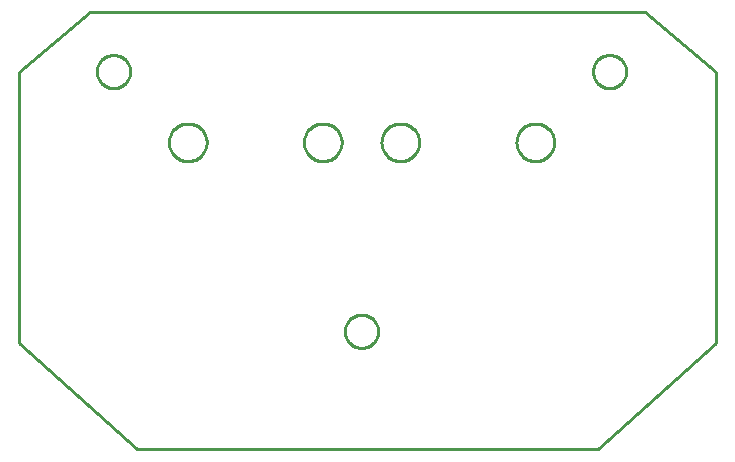
<source format=gbr>
G04 EAGLE Gerber RS-274X export*
G75*
%MOMM*%
%FSLAX34Y34*%
%LPD*%
%IN*%
%IPPOS*%
%AMOC8*
5,1,8,0,0,1.08239X$1,22.5*%
G01*
%ADD10C,0.254000*%


D10*
X150000Y720000D02*
X250000Y630000D01*
X640000Y630000D01*
X740000Y720000D01*
X740000Y950000D01*
X680000Y1000000D01*
X210000Y1000000D01*
X150000Y950000D01*
X150000Y720000D01*
X391150Y890524D02*
X391219Y891569D01*
X391355Y892608D01*
X391560Y893635D01*
X391831Y894647D01*
X392167Y895639D01*
X392568Y896607D01*
X393032Y897546D01*
X393556Y898454D01*
X394138Y899325D01*
X394775Y900156D01*
X395466Y900943D01*
X396207Y901684D01*
X396994Y902375D01*
X397825Y903013D01*
X398696Y903595D01*
X399604Y904118D01*
X400543Y904582D01*
X401511Y904983D01*
X402503Y905319D01*
X403515Y905590D01*
X404542Y905795D01*
X405581Y905932D01*
X406626Y906000D01*
X407674Y906000D01*
X408719Y905932D01*
X409758Y905795D01*
X410785Y905590D01*
X411797Y905319D01*
X412789Y904983D01*
X413757Y904582D01*
X414696Y904118D01*
X415604Y903595D01*
X416475Y903013D01*
X417306Y902375D01*
X418093Y901684D01*
X418834Y900943D01*
X419525Y900156D01*
X420163Y899325D01*
X420745Y898454D01*
X421268Y897546D01*
X421732Y896607D01*
X422133Y895639D01*
X422469Y894647D01*
X422740Y893635D01*
X422945Y892608D01*
X423082Y891569D01*
X423150Y890524D01*
X423150Y889476D01*
X423082Y888431D01*
X422945Y887392D01*
X422740Y886365D01*
X422469Y885353D01*
X422133Y884361D01*
X421732Y883393D01*
X421268Y882454D01*
X420745Y881546D01*
X420163Y880675D01*
X419525Y879844D01*
X418834Y879057D01*
X418093Y878316D01*
X417306Y877625D01*
X416475Y876988D01*
X415604Y876406D01*
X414696Y875882D01*
X413757Y875418D01*
X412789Y875017D01*
X411797Y874681D01*
X410785Y874410D01*
X409758Y874205D01*
X408719Y874069D01*
X407674Y874000D01*
X406626Y874000D01*
X405581Y874069D01*
X404542Y874205D01*
X403515Y874410D01*
X402503Y874681D01*
X401511Y875017D01*
X400543Y875418D01*
X399604Y875882D01*
X398696Y876406D01*
X397825Y876988D01*
X396994Y877625D01*
X396207Y878316D01*
X395466Y879057D01*
X394775Y879844D01*
X394138Y880675D01*
X393556Y881546D01*
X393032Y882454D01*
X392568Y883393D01*
X392167Y884361D01*
X391831Y885353D01*
X391560Y886365D01*
X391355Y887392D01*
X391219Y888431D01*
X391150Y889476D01*
X391150Y890524D01*
X276850Y890524D02*
X276919Y891569D01*
X277055Y892608D01*
X277260Y893635D01*
X277531Y894647D01*
X277867Y895639D01*
X278268Y896607D01*
X278732Y897546D01*
X279256Y898454D01*
X279838Y899325D01*
X280475Y900156D01*
X281166Y900943D01*
X281907Y901684D01*
X282694Y902375D01*
X283525Y903013D01*
X284396Y903595D01*
X285304Y904118D01*
X286243Y904582D01*
X287211Y904983D01*
X288203Y905319D01*
X289215Y905590D01*
X290242Y905795D01*
X291281Y905932D01*
X292326Y906000D01*
X293374Y906000D01*
X294419Y905932D01*
X295458Y905795D01*
X296485Y905590D01*
X297497Y905319D01*
X298489Y904983D01*
X299457Y904582D01*
X300396Y904118D01*
X301304Y903595D01*
X302175Y903013D01*
X303006Y902375D01*
X303793Y901684D01*
X304534Y900943D01*
X305225Y900156D01*
X305863Y899325D01*
X306445Y898454D01*
X306968Y897546D01*
X307432Y896607D01*
X307833Y895639D01*
X308169Y894647D01*
X308440Y893635D01*
X308645Y892608D01*
X308782Y891569D01*
X308850Y890524D01*
X308850Y889476D01*
X308782Y888431D01*
X308645Y887392D01*
X308440Y886365D01*
X308169Y885353D01*
X307833Y884361D01*
X307432Y883393D01*
X306968Y882454D01*
X306445Y881546D01*
X305863Y880675D01*
X305225Y879844D01*
X304534Y879057D01*
X303793Y878316D01*
X303006Y877625D01*
X302175Y876988D01*
X301304Y876406D01*
X300396Y875882D01*
X299457Y875418D01*
X298489Y875017D01*
X297497Y874681D01*
X296485Y874410D01*
X295458Y874205D01*
X294419Y874069D01*
X293374Y874000D01*
X292326Y874000D01*
X291281Y874069D01*
X290242Y874205D01*
X289215Y874410D01*
X288203Y874681D01*
X287211Y875017D01*
X286243Y875418D01*
X285304Y875882D01*
X284396Y876406D01*
X283525Y876988D01*
X282694Y877625D01*
X281907Y878316D01*
X281166Y879057D01*
X280475Y879844D01*
X279838Y880675D01*
X279256Y881546D01*
X278732Y882454D01*
X278268Y883393D01*
X277867Y884361D01*
X277531Y885353D01*
X277260Y886365D01*
X277055Y887392D01*
X276919Y888431D01*
X276850Y889476D01*
X276850Y890524D01*
X244000Y949500D02*
X243929Y948503D01*
X243786Y947513D01*
X243574Y946536D01*
X243292Y945576D01*
X242943Y944639D01*
X242527Y943729D01*
X242048Y942852D01*
X241507Y942010D01*
X240908Y941210D01*
X240253Y940454D01*
X239546Y939747D01*
X238790Y939092D01*
X237990Y938493D01*
X237148Y937952D01*
X236271Y937473D01*
X235361Y937057D01*
X234424Y936708D01*
X233465Y936426D01*
X232487Y936214D01*
X231498Y936071D01*
X230500Y936000D01*
X229500Y936000D01*
X228503Y936071D01*
X227513Y936214D01*
X226536Y936426D01*
X225576Y936708D01*
X224639Y937057D01*
X223729Y937473D01*
X222852Y937952D01*
X222010Y938493D01*
X221210Y939092D01*
X220454Y939747D01*
X219747Y940454D01*
X219092Y941210D01*
X218493Y942010D01*
X217952Y942852D01*
X217473Y943729D01*
X217057Y944639D01*
X216708Y945576D01*
X216426Y946536D01*
X216214Y947513D01*
X216071Y948503D01*
X216000Y949500D01*
X216000Y950500D01*
X216071Y951498D01*
X216214Y952487D01*
X216426Y953465D01*
X216708Y954424D01*
X217057Y955361D01*
X217473Y956271D01*
X217952Y957148D01*
X218493Y957990D01*
X219092Y958790D01*
X219747Y959546D01*
X220454Y960253D01*
X221210Y960908D01*
X222010Y961507D01*
X222852Y962048D01*
X223729Y962527D01*
X224639Y962943D01*
X225576Y963292D01*
X226536Y963574D01*
X227513Y963786D01*
X228503Y963929D01*
X229500Y964000D01*
X230500Y964000D01*
X231498Y963929D01*
X232487Y963786D01*
X233465Y963574D01*
X234424Y963292D01*
X235361Y962943D01*
X236271Y962527D01*
X237148Y962048D01*
X237990Y961507D01*
X238790Y960908D01*
X239546Y960253D01*
X240253Y959546D01*
X240908Y958790D01*
X241507Y957990D01*
X242048Y957148D01*
X242527Y956271D01*
X242943Y955361D01*
X243292Y954424D01*
X243574Y953465D01*
X243786Y952487D01*
X243929Y951498D01*
X244000Y950500D01*
X244000Y949500D01*
X664000Y949500D02*
X663929Y948503D01*
X663786Y947513D01*
X663574Y946536D01*
X663292Y945576D01*
X662943Y944639D01*
X662527Y943729D01*
X662048Y942852D01*
X661507Y942010D01*
X660908Y941210D01*
X660253Y940454D01*
X659546Y939747D01*
X658790Y939092D01*
X657990Y938493D01*
X657148Y937952D01*
X656271Y937473D01*
X655361Y937057D01*
X654424Y936708D01*
X653465Y936426D01*
X652487Y936214D01*
X651498Y936071D01*
X650500Y936000D01*
X649500Y936000D01*
X648503Y936071D01*
X647513Y936214D01*
X646536Y936426D01*
X645576Y936708D01*
X644639Y937057D01*
X643729Y937473D01*
X642852Y937952D01*
X642010Y938493D01*
X641210Y939092D01*
X640454Y939747D01*
X639747Y940454D01*
X639092Y941210D01*
X638493Y942010D01*
X637952Y942852D01*
X637473Y943729D01*
X637057Y944639D01*
X636708Y945576D01*
X636426Y946536D01*
X636214Y947513D01*
X636071Y948503D01*
X636000Y949500D01*
X636000Y950500D01*
X636071Y951498D01*
X636214Y952487D01*
X636426Y953465D01*
X636708Y954424D01*
X637057Y955361D01*
X637473Y956271D01*
X637952Y957148D01*
X638493Y957990D01*
X639092Y958790D01*
X639747Y959546D01*
X640454Y960253D01*
X641210Y960908D01*
X642010Y961507D01*
X642852Y962048D01*
X643729Y962527D01*
X644639Y962943D01*
X645576Y963292D01*
X646536Y963574D01*
X647513Y963786D01*
X648503Y963929D01*
X649500Y964000D01*
X650500Y964000D01*
X651498Y963929D01*
X652487Y963786D01*
X653465Y963574D01*
X654424Y963292D01*
X655361Y962943D01*
X656271Y962527D01*
X657148Y962048D01*
X657990Y961507D01*
X658790Y960908D01*
X659546Y960253D01*
X660253Y959546D01*
X660908Y958790D01*
X661507Y957990D01*
X662048Y957148D01*
X662527Y956271D01*
X662943Y955361D01*
X663292Y954424D01*
X663574Y953465D01*
X663786Y952487D01*
X663929Y951498D01*
X664000Y950500D01*
X664000Y949500D01*
X454000Y729500D02*
X453929Y728503D01*
X453786Y727513D01*
X453574Y726536D01*
X453292Y725576D01*
X452943Y724639D01*
X452527Y723729D01*
X452048Y722852D01*
X451507Y722010D01*
X450908Y721210D01*
X450253Y720454D01*
X449546Y719747D01*
X448790Y719092D01*
X447990Y718493D01*
X447148Y717952D01*
X446271Y717473D01*
X445361Y717057D01*
X444424Y716708D01*
X443465Y716426D01*
X442487Y716214D01*
X441498Y716071D01*
X440500Y716000D01*
X439500Y716000D01*
X438503Y716071D01*
X437513Y716214D01*
X436536Y716426D01*
X435576Y716708D01*
X434639Y717057D01*
X433729Y717473D01*
X432852Y717952D01*
X432010Y718493D01*
X431210Y719092D01*
X430454Y719747D01*
X429747Y720454D01*
X429092Y721210D01*
X428493Y722010D01*
X427952Y722852D01*
X427473Y723729D01*
X427057Y724639D01*
X426708Y725576D01*
X426426Y726536D01*
X426214Y727513D01*
X426071Y728503D01*
X426000Y729500D01*
X426000Y730500D01*
X426071Y731498D01*
X426214Y732487D01*
X426426Y733465D01*
X426708Y734424D01*
X427057Y735361D01*
X427473Y736271D01*
X427952Y737148D01*
X428493Y737990D01*
X429092Y738790D01*
X429747Y739546D01*
X430454Y740253D01*
X431210Y740908D01*
X432010Y741507D01*
X432852Y742048D01*
X433729Y742527D01*
X434639Y742943D01*
X435576Y743292D01*
X436536Y743574D01*
X437513Y743786D01*
X438503Y743929D01*
X439500Y744000D01*
X440500Y744000D01*
X441498Y743929D01*
X442487Y743786D01*
X443465Y743574D01*
X444424Y743292D01*
X445361Y742943D01*
X446271Y742527D01*
X447148Y742048D01*
X447990Y741507D01*
X448790Y740908D01*
X449546Y740253D01*
X450253Y739546D01*
X450908Y738790D01*
X451507Y737990D01*
X452048Y737148D01*
X452527Y736271D01*
X452943Y735361D01*
X453292Y734424D01*
X453574Y733465D01*
X453786Y732487D01*
X453929Y731498D01*
X454000Y730500D01*
X454000Y729500D01*
X571150Y890524D02*
X571219Y891569D01*
X571355Y892608D01*
X571560Y893635D01*
X571831Y894647D01*
X572167Y895639D01*
X572568Y896607D01*
X573032Y897546D01*
X573556Y898454D01*
X574138Y899325D01*
X574775Y900156D01*
X575466Y900943D01*
X576207Y901684D01*
X576994Y902375D01*
X577825Y903013D01*
X578696Y903595D01*
X579604Y904118D01*
X580543Y904582D01*
X581511Y904983D01*
X582503Y905319D01*
X583515Y905590D01*
X584542Y905795D01*
X585581Y905932D01*
X586626Y906000D01*
X587674Y906000D01*
X588719Y905932D01*
X589758Y905795D01*
X590785Y905590D01*
X591797Y905319D01*
X592789Y904983D01*
X593757Y904582D01*
X594696Y904118D01*
X595604Y903595D01*
X596475Y903013D01*
X597306Y902375D01*
X598093Y901684D01*
X598834Y900943D01*
X599525Y900156D01*
X600163Y899325D01*
X600745Y898454D01*
X601268Y897546D01*
X601732Y896607D01*
X602133Y895639D01*
X602469Y894647D01*
X602740Y893635D01*
X602945Y892608D01*
X603082Y891569D01*
X603150Y890524D01*
X603150Y889476D01*
X603082Y888431D01*
X602945Y887392D01*
X602740Y886365D01*
X602469Y885353D01*
X602133Y884361D01*
X601732Y883393D01*
X601268Y882454D01*
X600745Y881546D01*
X600163Y880675D01*
X599525Y879844D01*
X598834Y879057D01*
X598093Y878316D01*
X597306Y877625D01*
X596475Y876988D01*
X595604Y876406D01*
X594696Y875882D01*
X593757Y875418D01*
X592789Y875017D01*
X591797Y874681D01*
X590785Y874410D01*
X589758Y874205D01*
X588719Y874069D01*
X587674Y874000D01*
X586626Y874000D01*
X585581Y874069D01*
X584542Y874205D01*
X583515Y874410D01*
X582503Y874681D01*
X581511Y875017D01*
X580543Y875418D01*
X579604Y875882D01*
X578696Y876406D01*
X577825Y876988D01*
X576994Y877625D01*
X576207Y878316D01*
X575466Y879057D01*
X574775Y879844D01*
X574138Y880675D01*
X573556Y881546D01*
X573032Y882454D01*
X572568Y883393D01*
X572167Y884361D01*
X571831Y885353D01*
X571560Y886365D01*
X571355Y887392D01*
X571219Y888431D01*
X571150Y889476D01*
X571150Y890524D01*
X456850Y890524D02*
X456919Y891569D01*
X457055Y892608D01*
X457260Y893635D01*
X457531Y894647D01*
X457867Y895639D01*
X458268Y896607D01*
X458732Y897546D01*
X459256Y898454D01*
X459838Y899325D01*
X460475Y900156D01*
X461166Y900943D01*
X461907Y901684D01*
X462694Y902375D01*
X463525Y903013D01*
X464396Y903595D01*
X465304Y904118D01*
X466243Y904582D01*
X467211Y904983D01*
X468203Y905319D01*
X469215Y905590D01*
X470242Y905795D01*
X471281Y905932D01*
X472326Y906000D01*
X473374Y906000D01*
X474419Y905932D01*
X475458Y905795D01*
X476485Y905590D01*
X477497Y905319D01*
X478489Y904983D01*
X479457Y904582D01*
X480396Y904118D01*
X481304Y903595D01*
X482175Y903013D01*
X483006Y902375D01*
X483793Y901684D01*
X484534Y900943D01*
X485225Y900156D01*
X485863Y899325D01*
X486445Y898454D01*
X486968Y897546D01*
X487432Y896607D01*
X487833Y895639D01*
X488169Y894647D01*
X488440Y893635D01*
X488645Y892608D01*
X488782Y891569D01*
X488850Y890524D01*
X488850Y889476D01*
X488782Y888431D01*
X488645Y887392D01*
X488440Y886365D01*
X488169Y885353D01*
X487833Y884361D01*
X487432Y883393D01*
X486968Y882454D01*
X486445Y881546D01*
X485863Y880675D01*
X485225Y879844D01*
X484534Y879057D01*
X483793Y878316D01*
X483006Y877625D01*
X482175Y876988D01*
X481304Y876406D01*
X480396Y875882D01*
X479457Y875418D01*
X478489Y875017D01*
X477497Y874681D01*
X476485Y874410D01*
X475458Y874205D01*
X474419Y874069D01*
X473374Y874000D01*
X472326Y874000D01*
X471281Y874069D01*
X470242Y874205D01*
X469215Y874410D01*
X468203Y874681D01*
X467211Y875017D01*
X466243Y875418D01*
X465304Y875882D01*
X464396Y876406D01*
X463525Y876988D01*
X462694Y877625D01*
X461907Y878316D01*
X461166Y879057D01*
X460475Y879844D01*
X459838Y880675D01*
X459256Y881546D01*
X458732Y882454D01*
X458268Y883393D01*
X457867Y884361D01*
X457531Y885353D01*
X457260Y886365D01*
X457055Y887392D01*
X456919Y888431D01*
X456850Y889476D01*
X456850Y890524D01*
M02*

</source>
